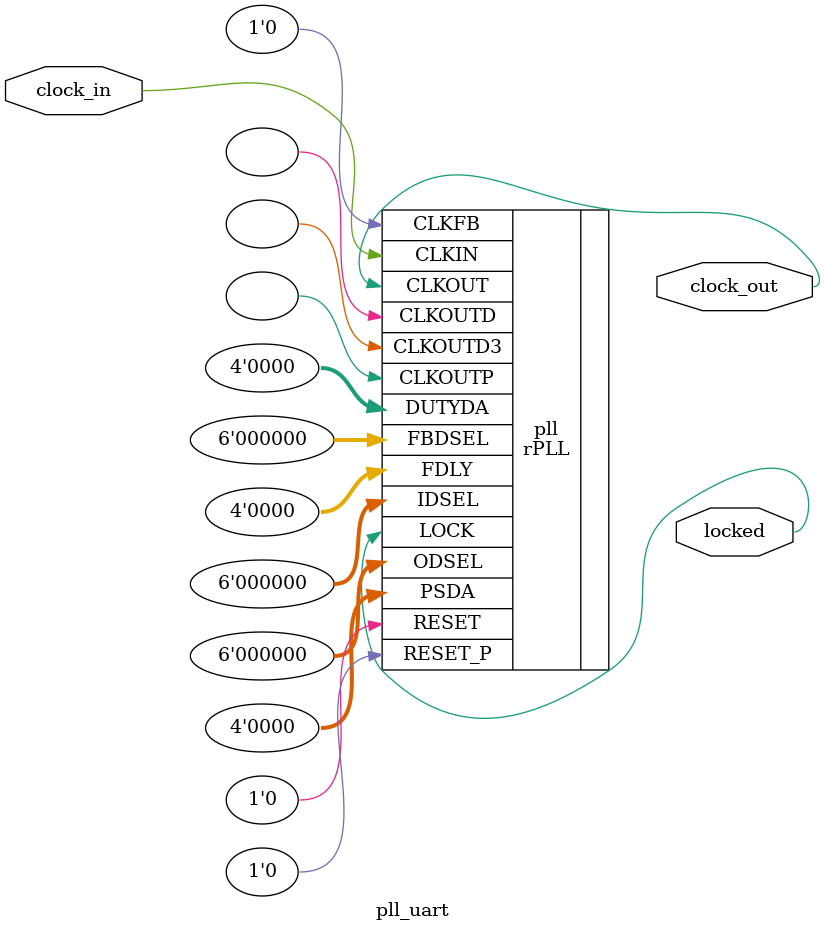
<source format=v>
/**
 * PLL configuration
 *
 * This Verilog module was generated automatically
 * using the gowin-pll tool.
 * Use at your own risk.
 *
 * Target-Device:                GW1NR-9 C6/I5
 * Given input frequency:        27.000 MHz
 * Requested output frequency:   48.000 MHz
 * Achieved output frequency:    48.600 MHz
 */

module pll_uart(
        input  clock_in,
        output clock_out,
        output locked
    );

    rPLL #(
        .FCLKIN("27"),
        .IDIV_SEL(4), // -> PFD = 5.4 MHz (range: 3-400 MHz)
        .FBDIV_SEL(8), // -> CLKOUT = 48.6 MHz (range: 400-600 MHz)
        .ODIV_SEL(16) // -> VCO = 777.6 MHz (range: 600-1200 MHz)
    ) pll (.CLKOUTP(), .CLKOUTD(), .CLKOUTD3(), .RESET(1'b0), .RESET_P(1'b0), .CLKFB(1'b0), .FBDSEL(6'b0), .IDSEL(6'b0), .ODSEL(6'b0), .PSDA(4'b0), .DUTYDA(4'b0), .FDLY(4'b0), 
        .CLKIN(clock_in), // 27 MHz
        .CLKOUT(clock_out), // 48.6 MHz
        .LOCK(locked)
    );

endmodule



</source>
